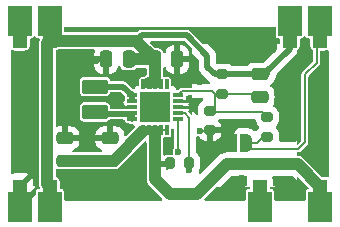
<source format=gbr>
%TF.GenerationSoftware,KiCad,Pcbnew,9.0.1+dfsg-1*%
%TF.CreationDate,2025-05-01T11:01:48+02:00*%
%TF.ProjectId,high-efficiency_dc-dc_converter,68696768-2d65-4666-9669-6369656e6379,rev?*%
%TF.SameCoordinates,Original*%
%TF.FileFunction,Copper,L1,Top*%
%TF.FilePolarity,Positive*%
%FSLAX46Y46*%
G04 Gerber Fmt 4.6, Leading zero omitted, Abs format (unit mm)*
G04 Created by KiCad (PCBNEW 9.0.1+dfsg-1) date 2025-05-01 11:01:48*
%MOMM*%
%LPD*%
G01*
G04 APERTURE LIST*
G04 Aperture macros list*
%AMRoundRect*
0 Rectangle with rounded corners*
0 $1 Rounding radius*
0 $2 $3 $4 $5 $6 $7 $8 $9 X,Y pos of 4 corners*
0 Add a 4 corners polygon primitive as box body*
4,1,4,$2,$3,$4,$5,$6,$7,$8,$9,$2,$3,0*
0 Add four circle primitives for the rounded corners*
1,1,$1+$1,$2,$3*
1,1,$1+$1,$4,$5*
1,1,$1+$1,$6,$7*
1,1,$1+$1,$8,$9*
0 Add four rect primitives between the rounded corners*
20,1,$1+$1,$2,$3,$4,$5,0*
20,1,$1+$1,$4,$5,$6,$7,0*
20,1,$1+$1,$6,$7,$8,$9,0*
20,1,$1+$1,$8,$9,$2,$3,0*%
%AMFreePoly0*
4,1,23,0.500000,-0.750000,0.000000,-0.750000,0.000000,-0.745722,-0.065263,-0.745722,-0.191342,-0.711940,-0.304381,-0.646677,-0.396677,-0.554381,-0.461940,-0.441342,-0.495722,-0.315263,-0.495722,-0.250000,-0.500000,-0.250000,-0.500000,0.250000,-0.495722,0.250000,-0.495722,0.315263,-0.461940,0.441342,-0.396677,0.554381,-0.304381,0.646677,-0.191342,0.711940,-0.065263,0.745722,0.000000,0.745722,
0.000000,0.750000,0.500000,0.750000,0.500000,-0.750000,0.500000,-0.750000,$1*%
%AMFreePoly1*
4,1,23,0.000000,0.745722,0.065263,0.745722,0.191342,0.711940,0.304381,0.646677,0.396677,0.554381,0.461940,0.441342,0.495722,0.315263,0.495722,0.250000,0.500000,0.250000,0.500000,-0.250000,0.495722,-0.250000,0.495722,-0.315263,0.461940,-0.441342,0.396677,-0.554381,0.304381,-0.646677,0.191342,-0.711940,0.065263,-0.745722,0.000000,-0.745722,0.000000,-0.750000,-0.500000,-0.750000,
-0.500000,0.750000,0.000000,0.750000,0.000000,0.745722,0.000000,0.745722,$1*%
G04 Aperture macros list end*
%TA.AperFunction,SMDPad,CuDef*%
%ADD10RoundRect,0.250000X0.475000X-0.250000X0.475000X0.250000X-0.475000X0.250000X-0.475000X-0.250000X0*%
%TD*%
%TA.AperFunction,SMDPad,CuDef*%
%ADD11RoundRect,0.200000X-0.275000X0.200000X-0.275000X-0.200000X0.275000X-0.200000X0.275000X0.200000X0*%
%TD*%
%TA.AperFunction,SMDPad,CuDef*%
%ADD12RoundRect,0.033750X-0.381250X-0.101250X0.381250X-0.101250X0.381250X0.101250X-0.381250X0.101250X0*%
%TD*%
%TA.AperFunction,SMDPad,CuDef*%
%ADD13RoundRect,0.033750X-0.101250X-0.381250X0.101250X-0.381250X0.101250X0.381250X-0.101250X0.381250X0*%
%TD*%
%TA.AperFunction,SMDPad,CuDef*%
%ADD14R,2.640000X2.640000*%
%TD*%
%TA.AperFunction,SMDPad,CuDef*%
%ADD15RoundRect,0.250000X0.250000X0.475000X-0.250000X0.475000X-0.250000X-0.475000X0.250000X-0.475000X0*%
%TD*%
%TA.AperFunction,SMDPad,CuDef*%
%ADD16FreePoly0,0.000000*%
%TD*%
%TA.AperFunction,SMDPad,CuDef*%
%ADD17FreePoly1,0.000000*%
%TD*%
%TA.AperFunction,SMDPad,CuDef*%
%ADD18RoundRect,0.250000X-0.250000X-0.475000X0.250000X-0.475000X0.250000X0.475000X-0.250000X0.475000X0*%
%TD*%
%TA.AperFunction,SMDPad,CuDef*%
%ADD19RoundRect,0.200000X-0.200000X-0.275000X0.200000X-0.275000X0.200000X0.275000X-0.200000X0.275000X0*%
%TD*%
%TA.AperFunction,SMDPad,CuDef*%
%ADD20RoundRect,0.250000X0.850000X-0.375000X0.850000X0.375000X-0.850000X0.375000X-0.850000X-0.375000X0*%
%TD*%
%TA.AperFunction,SMDPad,CuDef*%
%ADD21RoundRect,0.250000X-0.475000X0.250000X-0.475000X-0.250000X0.475000X-0.250000X0.475000X0.250000X0*%
%TD*%
%TA.AperFunction,CastellatedPad*%
%ADD22R,2.000000X2.540000*%
%TD*%
%TA.AperFunction,ComponentPad*%
%ADD23RoundRect,0.250000X-0.375000X0.375000X-0.375000X-0.375000X0.375000X-0.375000X0.375000X0.375000X0*%
%TD*%
%TA.AperFunction,ViaPad*%
%ADD24C,0.600000*%
%TD*%
%TA.AperFunction,Conductor*%
%ADD25C,0.500000*%
%TD*%
%TA.AperFunction,Conductor*%
%ADD26C,1.000000*%
%TD*%
%TA.AperFunction,Conductor*%
%ADD27C,0.200000*%
%TD*%
%TA.AperFunction,Conductor*%
%ADD28C,0.750000*%
%TD*%
G04 APERTURE END LIST*
D10*
%TO.P,C5,1*%
%TO.N,VBAT*%
X58420000Y-44765000D03*
%TO.P,C5,2*%
%TO.N,GND*%
X58420000Y-42865000D03*
%TD*%
D11*
%TO.P,R5,1*%
%TO.N,Net-(U1-FB)*%
X71755000Y-41085000D03*
%TO.P,R5,2*%
%TO.N,{slash}5V_SEL*%
X71755000Y-42735000D03*
%TD*%
D12*
%TO.P,U1,1,LX2*%
%TO.N,Net-(L1-Pad2)*%
X60300000Y-39245000D03*
%TO.P,U1,2,LX2*%
X60300000Y-39745000D03*
%TO.P,U1,3,PGND*%
%TO.N,GND*%
X60300000Y-40245000D03*
%TO.P,U1,4,LX1*%
%TO.N,Net-(L1-Pad1)*%
X60300000Y-40745000D03*
%TO.P,U1,5,LX1*%
X60300000Y-41245000D03*
D13*
%TO.P,U1,6,PVIN*%
%TO.N,VBAT*%
X61235000Y-42180000D03*
%TO.P,U1,7,PVIN*%
X61735000Y-42180000D03*
%TO.P,U1,8,PVIN*%
X62235000Y-42180000D03*
%TO.P,U1,9,PVIN*%
X62735000Y-42180000D03*
%TO.P,U1,10,VIN*%
X63235000Y-42180000D03*
D12*
%TO.P,U1,11,EN*%
%TO.N,EN*%
X64170000Y-41245000D03*
%TO.P,U1,12,MODE*%
%TO.N,MODE*%
X64170000Y-40745000D03*
%TO.P,U1,13,SGND*%
%TO.N,GND*%
X64170000Y-40245000D03*
%TO.P,U1,14,SGND*%
X64170000Y-39745000D03*
%TO.P,U1,15,FB*%
%TO.N,Net-(U1-FB)*%
X64170000Y-39245000D03*
D13*
%TO.P,U1,16,NC*%
%TO.N,unconnected-(U1-NC-Pad16)*%
X63235000Y-38310000D03*
%TO.P,U1,17,VOUT*%
%TO.N,VCC_OUT*%
X62735000Y-38310000D03*
%TO.P,U1,18,VOUT*%
X62235000Y-38310000D03*
%TO.P,U1,19,VOUT*%
X61735000Y-38310000D03*
%TO.P,U1,20,VOUT*%
X61235000Y-38310000D03*
D14*
%TO.P,U1,21,EPAD*%
%TO.N,GND*%
X62235000Y-40245000D03*
%TD*%
D10*
%TO.P,C1,1*%
%TO.N,VBAT*%
X54610000Y-44765000D03*
%TO.P,C1,2*%
%TO.N,GND*%
X54610000Y-42865000D03*
%TD*%
D15*
%TO.P,C2,1*%
%TO.N,VCC_OUT*%
X60005000Y-36195000D03*
%TO.P,C2,2*%
%TO.N,GND*%
X58105000Y-36195000D03*
%TD*%
D16*
%TO.P,JP1,1,A*%
%TO.N,GND*%
X68670000Y-43250000D03*
D17*
%TO.P,JP1,2,B*%
%TO.N,{slash}5V_SEL*%
X69970000Y-43250000D03*
%TD*%
D11*
%TO.P,R2,1*%
%TO.N,Net-(U1-FB)*%
X66880000Y-40525000D03*
%TO.P,R2,2*%
%TO.N,GND*%
X66880000Y-42175000D03*
%TD*%
D18*
%TO.P,C4,1*%
%TO.N,VCC_OUT*%
X62230000Y-36195000D03*
%TO.P,C4,2*%
%TO.N,GND*%
X64130000Y-36195000D03*
%TD*%
D19*
%TO.P,R4,1*%
%TO.N,VBAT*%
X63475000Y-44960000D03*
%TO.P,R4,2*%
%TO.N,MODE*%
X65125000Y-44960000D03*
%TD*%
D11*
%TO.P,R1,1*%
%TO.N,VCC_OUT*%
X67945000Y-37465000D03*
%TO.P,R1,2*%
%TO.N,Net-(U1-FB)*%
X67945000Y-39115000D03*
%TD*%
D20*
%TO.P,L1,1,1*%
%TO.N,Net-(L1-Pad1)*%
X57150000Y-40640000D03*
%TO.P,L1,2,2*%
%TO.N,Net-(L1-Pad2)*%
X57150000Y-38490000D03*
%TD*%
D21*
%TO.P,C3,1*%
%TO.N,VCC_OUT*%
X71120000Y-37465000D03*
%TO.P,C3,2*%
%TO.N,Net-(U1-FB)*%
X71120000Y-39365000D03*
%TD*%
D22*
%TO.P,M1,1,VCC*%
%TO.N,VBAT*%
X76200000Y-48655000D03*
D23*
X76200000Y-46955000D03*
D22*
%TO.P,M1,3*%
%TO.N,EN*%
X71120000Y-48655000D03*
D23*
X71120000Y-46955000D03*
D22*
%TO.P,M1,10*%
%TO.N,VCC_OUT*%
X53340000Y-48655000D03*
D23*
X53340000Y-46955000D03*
D22*
%TO.P,M1,11,GND*%
%TO.N,GND*%
X50800000Y-48655000D03*
D23*
X50800000Y-46955000D03*
%TO.P,M1,12*%
%TO.N,{slash}5V_SEL*%
X76200000Y-34615000D03*
D22*
X76200000Y-32915000D03*
D23*
%TO.P,M1,13*%
%TO.N,VCC_OUT*%
X73660000Y-34615000D03*
D22*
X73660000Y-32915000D03*
D23*
%TO.P,M1,21*%
X53340000Y-34615000D03*
D22*
X53340000Y-32915000D03*
D23*
%TO.P,M1,22*%
%TO.N,MODE*%
X50800000Y-34615000D03*
D22*
X50800000Y-32915000D03*
%TD*%
D24*
%TO.N,GND*%
X69580000Y-46200000D03*
X57430000Y-42865000D03*
X65390000Y-40410000D03*
X61595000Y-39370000D03*
X72450000Y-46560000D03*
X76350000Y-45530000D03*
X55080000Y-47020000D03*
X61595000Y-40640000D03*
X62230000Y-40005000D03*
X62865000Y-39370000D03*
X65080000Y-39550000D03*
X54250000Y-36010000D03*
X66040000Y-38100000D03*
X60890000Y-44540000D03*
X68690000Y-42190000D03*
X54480000Y-41130000D03*
X64130000Y-35120000D03*
X73025000Y-39370000D03*
X71810000Y-34550000D03*
X66070000Y-42250000D03*
X55680000Y-42840000D03*
X62865000Y-40640000D03*
X74900000Y-35860000D03*
X57270000Y-36330000D03*
X73660000Y-42545000D03*
X63290000Y-43540000D03*
X69850000Y-36195000D03*
X59330000Y-40040000D03*
X72200000Y-35360000D03*
%TO.N,MODE*%
X65150000Y-45570000D03*
%TO.N,EN*%
X64220000Y-44030000D03*
%TD*%
D25*
%TO.N,VBAT*%
X62235000Y-45090000D02*
X63345000Y-45090000D01*
D26*
X62230000Y-45095000D02*
X62230000Y-45690000D01*
X58420000Y-44765000D02*
X58735000Y-44765000D01*
D27*
X61005000Y-42180000D02*
X61235000Y-42180000D01*
X63235000Y-45455000D02*
X63475000Y-45215000D01*
D28*
X61235000Y-42180000D02*
X62235000Y-42180000D01*
D27*
X63235000Y-42180000D02*
X62735000Y-42180000D01*
D26*
X63500000Y-47625000D02*
X65775000Y-47625000D01*
X62230000Y-46355000D02*
X63500000Y-47625000D01*
X58735000Y-44765000D02*
X61235000Y-42265000D01*
D27*
X63475000Y-45215000D02*
X63475000Y-44960000D01*
D26*
X65775000Y-47625000D02*
X68330000Y-45070000D01*
X62235000Y-42265000D02*
X62235000Y-45090000D01*
X62235000Y-45090000D02*
X62230000Y-45095000D01*
D25*
X63345000Y-45090000D02*
X63475000Y-44960000D01*
D26*
X62230000Y-45690000D02*
X62230000Y-46355000D01*
X68330000Y-45070000D02*
X74315000Y-45070000D01*
X54610000Y-44765000D02*
X58420000Y-44765000D01*
X74315000Y-45070000D02*
X76200000Y-46955000D01*
D27*
%TO.N,GND*%
X65080000Y-39580000D02*
X65160000Y-39660000D01*
X65160000Y-39730000D02*
X65145000Y-39745000D01*
X64170000Y-40245000D02*
X65225000Y-40245000D01*
D25*
X64130000Y-36195000D02*
X64130000Y-35120000D01*
X57430000Y-42865000D02*
X58420000Y-42865000D01*
D27*
X66400000Y-42290000D02*
X66765000Y-42290000D01*
X59330000Y-40040000D02*
X59510000Y-40040000D01*
X65160000Y-39660000D02*
X65160000Y-39730000D01*
D25*
X55655000Y-42865000D02*
X55680000Y-42840000D01*
D27*
X65225000Y-40245000D02*
X65390000Y-40410000D01*
X66765000Y-42290000D02*
X66880000Y-42175000D01*
X59715000Y-40245000D02*
X60300000Y-40245000D01*
X65080000Y-39550000D02*
X65080000Y-39580000D01*
X59510000Y-40040000D02*
X59715000Y-40245000D01*
D25*
X54610000Y-42865000D02*
X55655000Y-42865000D01*
D27*
X66360000Y-42250000D02*
X66400000Y-42290000D01*
D25*
X57405000Y-36195000D02*
X58105000Y-36195000D01*
D27*
X66070000Y-42250000D02*
X66360000Y-42250000D01*
D25*
X57270000Y-36330000D02*
X57405000Y-36195000D01*
D27*
X65145000Y-39745000D02*
X64170000Y-39745000D01*
D25*
%TO.N,VCC_OUT*%
X66675000Y-36830000D02*
X66675000Y-35925000D01*
D26*
X62230000Y-37465000D02*
X62230000Y-38220000D01*
X62230000Y-38220000D02*
X62235000Y-38225000D01*
D25*
X61105000Y-34160000D02*
X60650000Y-34615000D01*
X64910000Y-34160000D02*
X61105000Y-34160000D01*
D26*
X60650000Y-34615000D02*
X62230000Y-36195000D01*
X53340000Y-34615000D02*
X60650000Y-34615000D01*
D25*
X73660000Y-35270000D02*
X71465000Y-37465000D01*
D26*
X53120000Y-46770000D02*
X53305000Y-46955000D01*
D25*
X71755000Y-37465000D02*
X67310000Y-37465000D01*
D26*
X62230000Y-36195000D02*
X62230000Y-37465000D01*
X61820000Y-38225000D02*
X61735000Y-38225000D01*
X53340000Y-34615000D02*
X53120000Y-34835000D01*
D27*
X62235000Y-36200000D02*
X62230000Y-36195000D01*
D26*
X62230000Y-37815000D02*
X61820000Y-38225000D01*
X60005000Y-36195000D02*
X62230000Y-36195000D01*
X62230000Y-37465000D02*
X62230000Y-37815000D01*
D25*
X67310000Y-37465000D02*
X66675000Y-36830000D01*
X66675000Y-35925000D02*
X64910000Y-34160000D01*
D26*
X53120000Y-34835000D02*
X53120000Y-46770000D01*
D25*
X73660000Y-34615000D02*
X73660000Y-35270000D01*
X71465000Y-37465000D02*
X71120000Y-37465000D01*
D26*
X53305000Y-46955000D02*
X53340000Y-46955000D01*
D27*
%TO.N,Net-(U1-FB)*%
X67310000Y-39115000D02*
X71505000Y-39115000D01*
X67075000Y-38880000D02*
X64535000Y-38880000D01*
X67310000Y-39115000D02*
X67310000Y-40285000D01*
X71310000Y-40640000D02*
X71755000Y-41085000D01*
X67310000Y-39115000D02*
X67075000Y-38880000D01*
X66880000Y-40525000D02*
X66970000Y-40525000D01*
X67085000Y-40640000D02*
X71310000Y-40640000D01*
X66970000Y-40525000D02*
X67085000Y-40640000D01*
X67070000Y-40525000D02*
X66880000Y-40525000D01*
X67310000Y-40285000D02*
X67070000Y-40525000D01*
X71505000Y-39115000D02*
X71755000Y-39365000D01*
X64535000Y-38880000D02*
X64170000Y-39245000D01*
%TO.N,{slash}5V_SEL*%
X74930000Y-37465000D02*
X75920297Y-36474703D01*
X74380000Y-43760000D02*
X74930000Y-43210000D01*
X71580000Y-42735000D02*
X71755000Y-42735000D01*
X75920297Y-36474703D02*
X75920297Y-34894703D01*
X71755000Y-42735000D02*
X71395000Y-42735000D01*
X75920297Y-34894703D02*
X76200000Y-34615000D01*
X70880000Y-43250000D02*
X69970000Y-43250000D01*
X70480000Y-43760000D02*
X74380000Y-43760000D01*
X74930000Y-43210000D02*
X74930000Y-37465000D01*
X71395000Y-42735000D02*
X70880000Y-43250000D01*
X69970000Y-43250000D02*
X70480000Y-43760000D01*
D25*
%TO.N,Net-(L1-Pad1)*%
X57150000Y-40640000D02*
X57340000Y-40830000D01*
X60300000Y-40830000D02*
X60300000Y-41245000D01*
X57340000Y-40830000D02*
X60300000Y-40830000D01*
%TO.N,Net-(L1-Pad2)*%
X59545000Y-38490000D02*
X60300000Y-39245000D01*
X57150000Y-38490000D02*
X59545000Y-38490000D01*
X60300000Y-39245000D02*
X60300000Y-39660000D01*
D27*
%TO.N,MODE*%
X65150000Y-41150000D02*
X65150000Y-44935000D01*
X64745000Y-40745000D02*
X65150000Y-41150000D01*
X65150000Y-44985000D02*
X65125000Y-44960000D01*
X64170000Y-40745000D02*
X64745000Y-40745000D01*
X65150000Y-45570000D02*
X65150000Y-44985000D01*
X65150000Y-44935000D02*
X65125000Y-44960000D01*
%TO.N,EN*%
X64170000Y-44070000D02*
X64180000Y-44070000D01*
X64170000Y-44070000D02*
X64170000Y-41245000D01*
X64180000Y-44070000D02*
X64220000Y-44030000D01*
%TD*%
%TA.AperFunction,Conductor*%
%TO.N,GND*%
G36*
X70022346Y-46090185D02*
G01*
X70068101Y-46142989D01*
X70078045Y-46212147D01*
X70062890Y-46253955D01*
X70063240Y-46254118D01*
X70061404Y-46258054D01*
X70060845Y-46259596D01*
X70060186Y-46260666D01*
X70005001Y-46427203D01*
X70005001Y-46427204D01*
X70005000Y-46427204D01*
X69994500Y-46529983D01*
X69994500Y-46811533D01*
X69974815Y-46878572D01*
X69922011Y-46924327D01*
X69913836Y-46927714D01*
X69877665Y-46941205D01*
X69812484Y-46990000D01*
X67824920Y-46990000D01*
X68708102Y-46106819D01*
X68769425Y-46073334D01*
X68795783Y-46070500D01*
X69955307Y-46070500D01*
X70022346Y-46090185D01*
G37*
%TD.AperFunction*%
%TA.AperFunction,Conductor*%
G36*
X73916257Y-46090185D02*
G01*
X73936899Y-46106819D01*
X74295000Y-46464920D01*
X74295000Y-46990000D01*
X72427515Y-46990000D01*
X72362334Y-46941205D01*
X72362332Y-46941204D01*
X72326164Y-46927714D01*
X72270231Y-46885842D01*
X72245815Y-46820377D01*
X72245499Y-46811533D01*
X72245499Y-46529998D01*
X72245498Y-46529981D01*
X72234999Y-46427203D01*
X72234998Y-46427200D01*
X72216209Y-46370500D01*
X72179814Y-46260666D01*
X72179154Y-46259597D01*
X72178927Y-46258766D01*
X72176760Y-46254118D01*
X72177554Y-46253747D01*
X72160714Y-46192206D01*
X72181636Y-46125542D01*
X72235277Y-46080772D01*
X72284693Y-46070500D01*
X73849218Y-46070500D01*
X73916257Y-46090185D01*
G37*
%TD.AperFunction*%
%TA.AperFunction,Conductor*%
G36*
X70724108Y-41260185D02*
G01*
X70769863Y-41312989D01*
X70780560Y-41353278D01*
X70785913Y-41412192D01*
X70785913Y-41412194D01*
X70785914Y-41412196D01*
X70836522Y-41574606D01*
X70913512Y-41701963D01*
X70924530Y-41720188D01*
X71026661Y-41822319D01*
X71060146Y-41883642D01*
X71055162Y-41953334D01*
X71026661Y-41997681D01*
X70924531Y-42099810D01*
X70924530Y-42099811D01*
X70843376Y-42234056D01*
X70791848Y-42281244D01*
X70722988Y-42293082D01*
X70658660Y-42265813D01*
X70649580Y-42257590D01*
X70634449Y-42242459D01*
X70620768Y-42231961D01*
X70529767Y-42162132D01*
X70529749Y-42162120D01*
X70415751Y-42096303D01*
X70415750Y-42096302D01*
X70293829Y-42045800D01*
X70166658Y-42011724D01*
X70035833Y-41994500D01*
X70035826Y-41994500D01*
X69470000Y-41994500D01*
X69469997Y-41994500D01*
X69398059Y-41999644D01*
X69260005Y-42040182D01*
X69138969Y-42117967D01*
X69138965Y-42117971D01*
X69044750Y-42226700D01*
X69044744Y-42226709D01*
X68984976Y-42357580D01*
X68984975Y-42357585D01*
X68964500Y-42499999D01*
X68964500Y-43945500D01*
X68944815Y-44012539D01*
X68892011Y-44058294D01*
X68840500Y-44069500D01*
X68231454Y-44069500D01*
X68199391Y-44075876D01*
X68199392Y-44075877D01*
X68038170Y-44107946D01*
X68038164Y-44107948D01*
X67856088Y-44183366D01*
X67856079Y-44183371D01*
X67692219Y-44292859D01*
X67692215Y-44292862D01*
X66143766Y-45841312D01*
X66118481Y-45855118D01*
X66094746Y-45871450D01*
X66088194Y-45871656D01*
X66082443Y-45874797D01*
X66053704Y-45872741D01*
X66024911Y-45873648D01*
X66019289Y-45870280D01*
X66012751Y-45869813D01*
X65989686Y-45852546D01*
X65964973Y-45837742D01*
X65962063Y-45831868D01*
X65956818Y-45827941D01*
X65946751Y-45800951D01*
X65933963Y-45775131D01*
X65934053Y-45766908D01*
X65932401Y-45762477D01*
X65932853Y-45739854D01*
X65933438Y-45734613D01*
X65950500Y-45648842D01*
X65950500Y-45582004D01*
X65951268Y-45575135D01*
X65960442Y-45553248D01*
X65966396Y-45531893D01*
X65965400Y-45531445D01*
X65968345Y-45524900D01*
X65968384Y-45524760D01*
X65968478Y-45524606D01*
X66019086Y-45362196D01*
X66025500Y-45291616D01*
X66025500Y-44628384D01*
X66019086Y-44557804D01*
X65968478Y-44395394D01*
X65880472Y-44249815D01*
X65880470Y-44249813D01*
X65880469Y-44249811D01*
X65786819Y-44156161D01*
X65753334Y-44094838D01*
X65750500Y-44068480D01*
X65750500Y-42759374D01*
X65770185Y-42692335D01*
X65822989Y-42646580D01*
X65892147Y-42636636D01*
X65955703Y-42665661D01*
X65980617Y-42695224D01*
X66049927Y-42809877D01*
X66170122Y-42930072D01*
X66315604Y-43018019D01*
X66315603Y-43018019D01*
X66477894Y-43068590D01*
X66477892Y-43068590D01*
X66548418Y-43074999D01*
X67130000Y-43074999D01*
X67211581Y-43074999D01*
X67282102Y-43068591D01*
X67282107Y-43068590D01*
X67444396Y-43018018D01*
X67589877Y-42930072D01*
X67710072Y-42809877D01*
X67798019Y-42664395D01*
X67848590Y-42502106D01*
X67855000Y-42431572D01*
X67855000Y-42425000D01*
X67130000Y-42425000D01*
X67130000Y-43074999D01*
X66548418Y-43074999D01*
X66629999Y-43074998D01*
X66630000Y-43074998D01*
X66630000Y-42299000D01*
X66649685Y-42231961D01*
X66702489Y-42186206D01*
X66754000Y-42175000D01*
X66880000Y-42175000D01*
X66880000Y-42049000D01*
X66899685Y-41981961D01*
X66952489Y-41936206D01*
X67004000Y-41925000D01*
X67854999Y-41925000D01*
X67854999Y-41918417D01*
X67848591Y-41847897D01*
X67848590Y-41847892D01*
X67798018Y-41685603D01*
X67710072Y-41540122D01*
X67622131Y-41452181D01*
X67588646Y-41390858D01*
X67593630Y-41321166D01*
X67635502Y-41265233D01*
X67700966Y-41240816D01*
X67709812Y-41240500D01*
X70657069Y-41240500D01*
X70724108Y-41260185D01*
G37*
%TD.AperFunction*%
%TA.AperFunction,Conductor*%
G36*
X74295000Y-42995765D02*
G01*
X74167584Y-43123181D01*
X74106261Y-43156666D01*
X74079903Y-43159500D01*
X72851023Y-43159500D01*
X72783984Y-43139815D01*
X72738229Y-43087011D01*
X72727532Y-43024279D01*
X72730500Y-42991614D01*
X72730500Y-42478386D01*
X72726246Y-42431572D01*
X72724086Y-42407804D01*
X72673478Y-42245394D01*
X72585472Y-42099815D01*
X72585470Y-42099813D01*
X72585469Y-42099811D01*
X72483339Y-41997681D01*
X72449854Y-41936358D01*
X72454838Y-41866666D01*
X72483339Y-41822319D01*
X72585468Y-41720189D01*
X72585469Y-41720188D01*
X72585472Y-41720185D01*
X72673478Y-41574606D01*
X72724086Y-41412196D01*
X72730500Y-41341616D01*
X72730500Y-40828384D01*
X72724086Y-40757804D01*
X72673478Y-40595394D01*
X72585472Y-40449815D01*
X72585470Y-40449813D01*
X72585469Y-40449811D01*
X72465188Y-40329530D01*
X72465185Y-40329528D01*
X72319606Y-40241522D01*
X72319603Y-40241521D01*
X72279808Y-40229120D01*
X72221660Y-40190382D01*
X72193687Y-40126357D01*
X72204769Y-40057371D01*
X72211156Y-40045645D01*
X72279814Y-39934334D01*
X72334999Y-39767797D01*
X72345500Y-39665009D01*
X72345499Y-39497703D01*
X72349726Y-39465605D01*
X72355499Y-39444060D01*
X72355500Y-39444059D01*
X72355500Y-39285943D01*
X72355499Y-39285939D01*
X72349724Y-39264384D01*
X72345499Y-39232292D01*
X72345499Y-39064998D01*
X72345498Y-39064981D01*
X72334999Y-38962203D01*
X72334998Y-38962200D01*
X72279814Y-38795666D01*
X72187712Y-38646344D01*
X72063656Y-38522288D01*
X72060819Y-38520538D01*
X72059283Y-38518830D01*
X72057989Y-38517807D01*
X72058163Y-38517585D01*
X72014096Y-38468594D01*
X72002872Y-38399632D01*
X72030713Y-38335549D01*
X72060817Y-38309462D01*
X72063656Y-38307712D01*
X72187712Y-38183656D01*
X72279814Y-38034334D01*
X72286815Y-38013204D01*
X72316842Y-37964523D01*
X72337951Y-37943416D01*
X72420084Y-37820495D01*
X72476658Y-37683913D01*
X72505500Y-37538918D01*
X72505500Y-37537230D01*
X72505750Y-37536377D01*
X72506097Y-37532858D01*
X72506764Y-37532923D01*
X72525185Y-37470191D01*
X72541819Y-37449549D01*
X73369846Y-36621522D01*
X74242952Y-35748416D01*
X74250775Y-35736707D01*
X74266232Y-35723787D01*
X74278060Y-35707474D01*
X74295000Y-35698461D01*
X74295000Y-42995765D01*
G37*
%TD.AperFunction*%
%TA.AperFunction,Conductor*%
G36*
X66270155Y-39500185D02*
G01*
X66315910Y-39552989D01*
X66325854Y-39622147D01*
X66296829Y-39685703D01*
X66267267Y-39710615D01*
X66231839Y-39732033D01*
X66169811Y-39769530D01*
X66049530Y-39889811D01*
X65961522Y-40035393D01*
X65910913Y-40197807D01*
X65904500Y-40268386D01*
X65904500Y-40781614D01*
X65904619Y-40782924D01*
X65904570Y-40783169D01*
X65904627Y-40784413D01*
X65904500Y-40784418D01*
X65904500Y-40784426D01*
X65904322Y-40784426D01*
X65891082Y-40851470D01*
X65842635Y-40901815D01*
X65774660Y-40917976D01*
X65708739Y-40894822D01*
X65673741Y-40856145D01*
X65630522Y-40781287D01*
X65630521Y-40781286D01*
X65630520Y-40781284D01*
X65518716Y-40669480D01*
X65518715Y-40669479D01*
X65514385Y-40665149D01*
X65514374Y-40665139D01*
X65405000Y-40555765D01*
X65405000Y-39480500D01*
X66203116Y-39480500D01*
X66270155Y-39500185D01*
G37*
%TD.AperFunction*%
%TA.AperFunction,Conductor*%
G36*
X65888181Y-36199549D02*
G01*
X65921666Y-36260872D01*
X65924500Y-36287230D01*
X65924500Y-36903918D01*
X65924500Y-36903920D01*
X65924499Y-36903920D01*
X65953340Y-37048907D01*
X65953343Y-37048917D01*
X66009912Y-37185488D01*
X66009921Y-37185504D01*
X66025207Y-37208380D01*
X66025208Y-37208384D01*
X66025209Y-37208384D01*
X66092046Y-37308414D01*
X66092052Y-37308421D01*
X66604121Y-37820488D01*
X66727049Y-37943416D01*
X66831584Y-38047951D01*
X66847251Y-38058419D01*
X66855086Y-38065918D01*
X66867311Y-38087186D01*
X66883044Y-38106010D01*
X66884416Y-38116941D01*
X66889907Y-38126492D01*
X66888693Y-38150994D01*
X66891751Y-38175335D01*
X66886996Y-38185271D01*
X66886452Y-38196277D01*
X66872183Y-38216234D01*
X66861597Y-38238362D01*
X66852224Y-38244151D01*
X66845816Y-38253115D01*
X66823025Y-38262189D01*
X66802154Y-38275082D01*
X66784759Y-38277424D01*
X66780903Y-38278960D01*
X66777817Y-38278359D01*
X66769348Y-38279500D01*
X65405000Y-38279500D01*
X65405000Y-35716368D01*
X65888181Y-36199549D01*
G37*
%TD.AperFunction*%
%TA.AperFunction,Conductor*%
G36*
X72534501Y-35040008D02*
G01*
X72545001Y-35142797D01*
X72568588Y-35213979D01*
X72570132Y-35222234D01*
X72567427Y-35248986D01*
X72568351Y-35275850D01*
X72563927Y-35283606D01*
X72563104Y-35291749D01*
X72549603Y-35308721D01*
X72535925Y-35332705D01*
X71440449Y-36428181D01*
X71379126Y-36461666D01*
X71352768Y-36464500D01*
X70594998Y-36464500D01*
X70594980Y-36464501D01*
X70492203Y-36475000D01*
X70492200Y-36475001D01*
X70325668Y-36530185D01*
X70325663Y-36530187D01*
X70176342Y-36622289D01*
X70120451Y-36678181D01*
X70059128Y-36711666D01*
X70032770Y-36714500D01*
X68697977Y-36714500D01*
X68633828Y-36696617D01*
X68509606Y-36621522D01*
X68347196Y-36570914D01*
X68347194Y-36570913D01*
X68347192Y-36570913D01*
X68297778Y-36566423D01*
X68276616Y-36564500D01*
X67613384Y-36564500D01*
X67560720Y-36569285D01*
X67492175Y-36555748D01*
X67441829Y-36507300D01*
X67425500Y-36445794D01*
X67425500Y-35851079D01*
X67396659Y-35706092D01*
X67396658Y-35706091D01*
X67396658Y-35706087D01*
X67393499Y-35698461D01*
X67340086Y-35569508D01*
X67287295Y-35490500D01*
X67287295Y-35490499D01*
X67257956Y-35446589D01*
X67257952Y-35446584D01*
X66736368Y-34925000D01*
X72534501Y-34925000D01*
X72534501Y-35040008D01*
G37*
%TD.AperFunction*%
%TD*%
%TA.AperFunction,Conductor*%
%TO.N,GND*%
G36*
X52152862Y-34272751D02*
G01*
X52173100Y-34296106D01*
X52195448Y-34329552D01*
X52261769Y-34373867D01*
X52261770Y-34373868D01*
X52320247Y-34385499D01*
X52320250Y-34385500D01*
X52320252Y-34385500D01*
X52362395Y-34385500D01*
X52389162Y-34393359D01*
X52416678Y-34398013D01*
X52422230Y-34403069D01*
X52429434Y-34405185D01*
X52447703Y-34426269D01*
X52468335Y-34445059D01*
X52470271Y-34452314D01*
X52475189Y-34457989D01*
X52479160Y-34485607D01*
X52486357Y-34512565D01*
X52484379Y-34521903D01*
X52485133Y-34527147D01*
X52480472Y-34547365D01*
X52478912Y-34552227D01*
X52446420Y-34630672D01*
X52435814Y-34683994D01*
X52434435Y-34690924D01*
X52434433Y-34690932D01*
X52419500Y-34766004D01*
X52419500Y-34766007D01*
X52419500Y-46701006D01*
X52419500Y-46838994D01*
X52419500Y-46838996D01*
X52419499Y-46838996D01*
X52446418Y-46974322D01*
X52446421Y-46974332D01*
X52462458Y-47013048D01*
X52469927Y-47082517D01*
X52438652Y-47144996D01*
X52381191Y-47179947D01*
X52364857Y-47184500D01*
X52320252Y-47184500D01*
X52261769Y-47196133D01*
X52217857Y-47225473D01*
X52198750Y-47230800D01*
X52183732Y-47230593D01*
X52175185Y-47269883D01*
X52169456Y-47279346D01*
X52151132Y-47306770D01*
X52151131Y-47306770D01*
X52139500Y-47365247D01*
X52139500Y-47617690D01*
X52119815Y-47684729D01*
X52103181Y-47705371D01*
X51690371Y-48118181D01*
X51629048Y-48151666D01*
X51602690Y-48154500D01*
X51508034Y-48154500D01*
X51464641Y-48049742D01*
X51382563Y-47926903D01*
X51278553Y-47822893D01*
X51978672Y-47122775D01*
X52039995Y-47089290D01*
X52045139Y-47089657D01*
X52050302Y-47077796D01*
X52053381Y-47058294D01*
X52063961Y-47046418D01*
X52070309Y-47031835D01*
X52077775Y-47023671D01*
X52109405Y-46992040D01*
X52042088Y-46941647D01*
X52005664Y-46928061D01*
X51949731Y-46886190D01*
X51925315Y-46820725D01*
X51924999Y-46811880D01*
X51924999Y-46530028D01*
X51924998Y-46530013D01*
X51914505Y-46427302D01*
X51859357Y-46260875D01*
X51854900Y-46253650D01*
X51175000Y-46933550D01*
X51175000Y-46905630D01*
X51149444Y-46810255D01*
X51100075Y-46724745D01*
X51030255Y-46654925D01*
X50944745Y-46605556D01*
X50849370Y-46580000D01*
X50821446Y-46580000D01*
X51501347Y-45900099D01*
X51494124Y-45895643D01*
X51494119Y-45895641D01*
X51327697Y-45840494D01*
X51327690Y-45840493D01*
X51224980Y-45830000D01*
X50375028Y-45830000D01*
X50375012Y-45830001D01*
X50272301Y-45840494D01*
X50193503Y-45866605D01*
X50123675Y-45869007D01*
X50063633Y-45833275D01*
X50032441Y-45770754D01*
X50030500Y-45748899D01*
X50030500Y-35502593D01*
X50050185Y-35435554D01*
X50102989Y-35389799D01*
X50172147Y-35379855D01*
X50203259Y-35389976D01*
X50203348Y-35389724D01*
X50212117Y-35392792D01*
X50212118Y-35392793D01*
X50240029Y-35402559D01*
X50340299Y-35437646D01*
X50370730Y-35440500D01*
X50370734Y-35440500D01*
X51229270Y-35440500D01*
X51259699Y-35437646D01*
X51259701Y-35437646D01*
X51331365Y-35412569D01*
X51387882Y-35392793D01*
X51497150Y-35312150D01*
X51577793Y-35202882D01*
X51604106Y-35127684D01*
X51622646Y-35074701D01*
X51622646Y-35074699D01*
X51625500Y-35044269D01*
X51625500Y-34509500D01*
X51645185Y-34442461D01*
X51697989Y-34396706D01*
X51749500Y-34385500D01*
X51819750Y-34385500D01*
X51819751Y-34385499D01*
X51834568Y-34382552D01*
X51878229Y-34373868D01*
X51878229Y-34373867D01*
X51878231Y-34373867D01*
X51944552Y-34329552D01*
X51966898Y-34296108D01*
X52020510Y-34251304D01*
X52089834Y-34242597D01*
X52152862Y-34272751D01*
G37*
%TD.AperFunction*%
%TA.AperFunction,Conductor*%
G36*
X61453834Y-43139336D02*
G01*
X61509767Y-43181208D01*
X61534184Y-43246672D01*
X61534500Y-43255518D01*
X61534500Y-44988658D01*
X61532116Y-45012850D01*
X61529500Y-45026007D01*
X61529500Y-45621007D01*
X61529500Y-46286006D01*
X61529500Y-46423994D01*
X61529500Y-46423996D01*
X61529499Y-46423996D01*
X61556418Y-46559322D01*
X61556421Y-46559332D01*
X61609222Y-46686807D01*
X61685887Y-46801545D01*
X61685888Y-46801546D01*
X62827162Y-47942819D01*
X62860647Y-48004142D01*
X62855663Y-48073834D01*
X62813791Y-48129767D01*
X62748327Y-48154184D01*
X62739481Y-48154500D01*
X54664500Y-48154500D01*
X54597461Y-48134815D01*
X54551706Y-48082011D01*
X54540500Y-48030500D01*
X54540500Y-47365249D01*
X54540499Y-47365247D01*
X54528868Y-47306770D01*
X54528867Y-47306769D01*
X54484552Y-47240447D01*
X54418230Y-47196132D01*
X54418229Y-47196131D01*
X54359752Y-47184500D01*
X54359748Y-47184500D01*
X54289500Y-47184500D01*
X54222461Y-47164815D01*
X54176706Y-47112011D01*
X54165500Y-47060500D01*
X54165500Y-46525730D01*
X54162646Y-46495300D01*
X54162646Y-46495298D01*
X54117793Y-46367119D01*
X54117792Y-46367117D01*
X54037150Y-46257850D01*
X53927882Y-46177207D01*
X53927880Y-46177206D01*
X53903542Y-46168689D01*
X53846767Y-46127966D01*
X53821022Y-46063013D01*
X53820500Y-46051649D01*
X53820500Y-45556996D01*
X53840185Y-45489957D01*
X53892989Y-45444202D01*
X53962147Y-45434258D01*
X53985448Y-45439953D01*
X54050301Y-45462646D01*
X54050300Y-45462646D01*
X54080730Y-45465500D01*
X54080734Y-45465500D01*
X58949270Y-45465500D01*
X58979699Y-45462646D01*
X58979701Y-45462646D01*
X59044546Y-45439955D01*
X59107882Y-45417793D01*
X59217150Y-45337150D01*
X59297793Y-45227882D01*
X59307294Y-45200727D01*
X59336652Y-45154003D01*
X61322820Y-43167835D01*
X61384142Y-43134352D01*
X61453834Y-43139336D01*
G37*
%TD.AperFunction*%
%TA.AperFunction,Conductor*%
G36*
X70294500Y-47060500D02*
G01*
X70274815Y-47127539D01*
X70222011Y-47173294D01*
X70170500Y-47184500D01*
X70100247Y-47184500D01*
X70041770Y-47196131D01*
X70041769Y-47196132D01*
X69975447Y-47240447D01*
X69931132Y-47306769D01*
X69931131Y-47306770D01*
X69919500Y-47365247D01*
X69919500Y-48030500D01*
X69899815Y-48097539D01*
X69847011Y-48143294D01*
X69795500Y-48154500D01*
X66535519Y-48154500D01*
X66468480Y-48134815D01*
X66422725Y-48082011D01*
X66412781Y-48012853D01*
X66441806Y-47949297D01*
X66447838Y-47942819D01*
X67400657Y-46990000D01*
X70294500Y-46990000D01*
X70294500Y-47060500D01*
G37*
%TD.AperFunction*%
%TA.AperFunction,Conductor*%
G36*
X75231899Y-46977556D02*
G01*
X75265384Y-47038879D01*
X75260400Y-47108571D01*
X75218528Y-47164504D01*
X75168411Y-47186854D01*
X75121769Y-47196132D01*
X75055447Y-47240447D01*
X75011132Y-47306769D01*
X75011131Y-47306770D01*
X74999500Y-47365247D01*
X74999500Y-48030500D01*
X74979815Y-48097539D01*
X74927011Y-48143294D01*
X74875500Y-48154500D01*
X72444500Y-48154500D01*
X72377461Y-48134815D01*
X72331706Y-48082011D01*
X72320500Y-48030500D01*
X72320500Y-47365249D01*
X72320499Y-47365247D01*
X72308868Y-47306770D01*
X72308867Y-47306769D01*
X72264552Y-47240447D01*
X72198230Y-47196132D01*
X72198229Y-47196131D01*
X72139752Y-47184500D01*
X72139748Y-47184500D01*
X72069500Y-47184500D01*
X72002461Y-47164815D01*
X71956706Y-47112011D01*
X71945500Y-47060500D01*
X71945500Y-46990000D01*
X74295000Y-46990000D01*
X74295000Y-46040657D01*
X75231899Y-46977556D01*
G37*
%TD.AperFunction*%
%TA.AperFunction,Conductor*%
G36*
X76921149Y-35404342D02*
G01*
X76962259Y-35460839D01*
X76969500Y-35502593D01*
X76969500Y-46067406D01*
X76949815Y-46134445D01*
X76897011Y-46180200D01*
X76827853Y-46190144D01*
X76796740Y-46180024D01*
X76796652Y-46180276D01*
X76659700Y-46132353D01*
X76629270Y-46129500D01*
X76629266Y-46129500D01*
X76416519Y-46129500D01*
X76349480Y-46109815D01*
X76328838Y-46093181D01*
X74761546Y-44525888D01*
X74761545Y-44525887D01*
X74646807Y-44449222D01*
X74519332Y-44396421D01*
X74519322Y-44396418D01*
X74383996Y-44369500D01*
X74383994Y-44369500D01*
X74383993Y-44369500D01*
X74295000Y-44369500D01*
X74295000Y-44060500D01*
X74419560Y-44060500D01*
X74419562Y-44060500D01*
X74495989Y-44040021D01*
X74564511Y-44000460D01*
X74620460Y-43944511D01*
X75170460Y-43394511D01*
X75186927Y-43365989D01*
X75210021Y-43325989D01*
X75230500Y-43249562D01*
X75230500Y-37640833D01*
X75250185Y-37573794D01*
X75266819Y-37553152D01*
X75713358Y-37106613D01*
X76160757Y-36659214D01*
X76170960Y-36641542D01*
X76200318Y-36590692D01*
X76220797Y-36514265D01*
X76220797Y-35564500D01*
X76240482Y-35497461D01*
X76293286Y-35451706D01*
X76344797Y-35440500D01*
X76629270Y-35440500D01*
X76659699Y-35437646D01*
X76659701Y-35437646D01*
X76759970Y-35402559D01*
X76787882Y-35392793D01*
X76787882Y-35392792D01*
X76796652Y-35389724D01*
X76797106Y-35391022D01*
X76856022Y-35379040D01*
X76921149Y-35404342D01*
G37*
%TD.AperFunction*%
%TA.AperFunction,Conductor*%
G36*
X63772384Y-42039060D02*
G01*
X63772985Y-42039023D01*
X63803050Y-42055805D01*
X63833181Y-42072258D01*
X63833468Y-42072784D01*
X63833994Y-42073078D01*
X63850200Y-42103427D01*
X63866666Y-42133581D01*
X63866757Y-42134431D01*
X63866906Y-42134710D01*
X63866855Y-42135339D01*
X63869500Y-42159939D01*
X63869500Y-43621324D01*
X63849815Y-43688363D01*
X63833181Y-43709005D01*
X63819502Y-43722683D01*
X63819500Y-43722686D01*
X63753608Y-43836812D01*
X63719500Y-43964108D01*
X63719500Y-44095896D01*
X63728212Y-44128409D01*
X63726548Y-44198258D01*
X63687385Y-44256120D01*
X63623156Y-44283623D01*
X63608437Y-44284500D01*
X63243482Y-44284500D01*
X63149695Y-44299354D01*
X63115794Y-44316628D01*
X63047125Y-44329524D01*
X62982385Y-44303247D01*
X62942128Y-44246141D01*
X62935500Y-44206143D01*
X62935500Y-42911749D01*
X62955185Y-42844710D01*
X63007989Y-42798955D01*
X63077147Y-42789011D01*
X63083692Y-42790132D01*
X63110677Y-42795500D01*
X63110680Y-42795500D01*
X63359322Y-42795500D01*
X63427650Y-42781908D01*
X63435501Y-42776662D01*
X63505135Y-42730135D01*
X63556908Y-42652650D01*
X63569322Y-42590243D01*
X63570500Y-42584322D01*
X63570500Y-42178422D01*
X63576896Y-42156637D01*
X63578727Y-42134009D01*
X63586551Y-42123756D01*
X63590185Y-42111383D01*
X63607340Y-42096517D01*
X63621117Y-42078467D01*
X63636222Y-42071491D01*
X63642989Y-42065628D01*
X63652250Y-42061842D01*
X63703250Y-42043359D01*
X63737579Y-42041224D01*
X63771858Y-42038773D01*
X63772384Y-42039060D01*
G37*
%TD.AperFunction*%
%TA.AperFunction,Conductor*%
G36*
X57094253Y-35335185D02*
G01*
X57140008Y-35387989D01*
X57149952Y-35457147D01*
X57144920Y-35478504D01*
X57115494Y-35567302D01*
X57115493Y-35567309D01*
X57105000Y-35670013D01*
X57105000Y-35945000D01*
X57981000Y-35945000D01*
X58048039Y-35964685D01*
X58093794Y-36017489D01*
X58105000Y-36069000D01*
X58105000Y-36195000D01*
X58231000Y-36195000D01*
X58298039Y-36214685D01*
X58343794Y-36267489D01*
X58355000Y-36319000D01*
X58355000Y-37419999D01*
X58404972Y-37419999D01*
X58404986Y-37419998D01*
X58507697Y-37409505D01*
X58674119Y-37354358D01*
X58674124Y-37354356D01*
X58823345Y-37262315D01*
X58947315Y-37138345D01*
X59039356Y-36989124D01*
X59039359Y-36989117D01*
X59095094Y-36820918D01*
X59134866Y-36763473D01*
X59199382Y-36736649D01*
X59268158Y-36748964D01*
X59319358Y-36796506D01*
X59329841Y-36818965D01*
X59352207Y-36882882D01*
X59432850Y-36992150D01*
X59542118Y-37072793D01*
X59584845Y-37087744D01*
X59670299Y-37117646D01*
X59700730Y-37120500D01*
X59700734Y-37120500D01*
X60309270Y-37120500D01*
X60339699Y-37117646D01*
X60339701Y-37117646D01*
X60403790Y-37095219D01*
X60467882Y-37072793D01*
X60577150Y-36992150D01*
X60611308Y-36945866D01*
X60666956Y-36903616D01*
X60711079Y-36895500D01*
X61405500Y-36895500D01*
X61472539Y-36915185D01*
X61518294Y-36967989D01*
X61529500Y-37019500D01*
X61529500Y-37469050D01*
X61526147Y-37480466D01*
X61527299Y-37492311D01*
X61516484Y-37513376D01*
X61509815Y-37536089D01*
X61500021Y-37545443D01*
X61495388Y-37554468D01*
X61478251Y-37566236D01*
X61467682Y-37576332D01*
X61460555Y-37580462D01*
X61403189Y-37604225D01*
X61296070Y-37675799D01*
X61292650Y-37677782D01*
X61262398Y-37685174D01*
X61232681Y-37694480D01*
X61230468Y-37694500D01*
X61110678Y-37694500D01*
X61042349Y-37708091D01*
X60964865Y-37759865D01*
X60913091Y-37837349D01*
X60899500Y-37905677D01*
X60899500Y-38311577D01*
X60879815Y-38378616D01*
X60827011Y-38424371D01*
X60814837Y-38428545D01*
X60814892Y-38428691D01*
X60672913Y-38481645D01*
X60672906Y-38481649D01*
X60557812Y-38567809D01*
X60516035Y-38623616D01*
X60460101Y-38665486D01*
X60390409Y-38670470D01*
X60329088Y-38636985D01*
X59821616Y-38129513D01*
X59821614Y-38129511D01*
X59770250Y-38099856D01*
X59718888Y-38070201D01*
X59701342Y-38065500D01*
X59694673Y-38063713D01*
X59694670Y-38063712D01*
X59645906Y-38050646D01*
X59604309Y-38039500D01*
X59604308Y-38039500D01*
X58538847Y-38039500D01*
X58471808Y-38019815D01*
X58426053Y-37967011D01*
X58421812Y-37956471D01*
X58402793Y-37902118D01*
X58322150Y-37792850D01*
X58212882Y-37712207D01*
X58212880Y-37712206D01*
X58084700Y-37667353D01*
X58054270Y-37664500D01*
X58054266Y-37664500D01*
X56245734Y-37664500D01*
X56245730Y-37664500D01*
X56215300Y-37667353D01*
X56215298Y-37667353D01*
X56087119Y-37712206D01*
X56087117Y-37712207D01*
X55977850Y-37792850D01*
X55897207Y-37902117D01*
X55897206Y-37902119D01*
X55852353Y-38030298D01*
X55852353Y-38030300D01*
X55849500Y-38060730D01*
X55849500Y-38919269D01*
X55852353Y-38949699D01*
X55852353Y-38949701D01*
X55897206Y-39077880D01*
X55897207Y-39077882D01*
X55977850Y-39187150D01*
X56087118Y-39267793D01*
X56129845Y-39282744D01*
X56215299Y-39312646D01*
X56245730Y-39315500D01*
X56245734Y-39315500D01*
X58054270Y-39315500D01*
X58084699Y-39312646D01*
X58084701Y-39312646D01*
X58154796Y-39288118D01*
X58212882Y-39267793D01*
X58322150Y-39187150D01*
X58402793Y-39077882D01*
X58421806Y-39023543D01*
X58462527Y-38966769D01*
X58527480Y-38941022D01*
X58538847Y-38940500D01*
X59307035Y-38940500D01*
X59374074Y-38960185D01*
X59394716Y-38976819D01*
X59648181Y-39230284D01*
X59681666Y-39291607D01*
X59683069Y-39299182D01*
X59684500Y-39308519D01*
X59684500Y-39369320D01*
X59698092Y-39437650D01*
X59706132Y-39449684D01*
X59710199Y-39476217D01*
X59707462Y-39496586D01*
X59709659Y-39517019D01*
X59702192Y-39542451D01*
X59698091Y-39552350D01*
X59686457Y-39610836D01*
X59654071Y-39672746D01*
X59639766Y-39685445D01*
X59537783Y-39762781D01*
X59449128Y-39879691D01*
X59449127Y-39879693D01*
X59395301Y-40016188D01*
X59395300Y-40016190D01*
X59385000Y-40101964D01*
X59385000Y-40110000D01*
X60176000Y-40110000D01*
X60184685Y-40112550D01*
X60193647Y-40111262D01*
X60217687Y-40122240D01*
X60243039Y-40129685D01*
X60248966Y-40136525D01*
X60257203Y-40140287D01*
X60271492Y-40162521D01*
X60288794Y-40182489D01*
X60291081Y-40193003D01*
X60294977Y-40199065D01*
X60300000Y-40234000D01*
X60300000Y-40255500D01*
X60280315Y-40322539D01*
X60227511Y-40368294D01*
X60176000Y-40379500D01*
X58574500Y-40379500D01*
X58507461Y-40359815D01*
X58461706Y-40307011D01*
X58450500Y-40255500D01*
X58450500Y-40210730D01*
X58447646Y-40180300D01*
X58447646Y-40180298D01*
X58407968Y-40066908D01*
X58402793Y-40052118D01*
X58322150Y-39942850D01*
X58212882Y-39862207D01*
X58212880Y-39862206D01*
X58084700Y-39817353D01*
X58054270Y-39814500D01*
X58054266Y-39814500D01*
X56245734Y-39814500D01*
X56245730Y-39814500D01*
X56215300Y-39817353D01*
X56215298Y-39817353D01*
X56087119Y-39862206D01*
X56087117Y-39862207D01*
X55977850Y-39942850D01*
X55897207Y-40052117D01*
X55897206Y-40052119D01*
X55852353Y-40180298D01*
X55852353Y-40180300D01*
X55849500Y-40210730D01*
X55849500Y-41069269D01*
X55852353Y-41099699D01*
X55852353Y-41099701D01*
X55897206Y-41227880D01*
X55897207Y-41227882D01*
X55977850Y-41337150D01*
X56087118Y-41417793D01*
X56129845Y-41432744D01*
X56215299Y-41462646D01*
X56245730Y-41465500D01*
X56245734Y-41465500D01*
X58054270Y-41465500D01*
X58084699Y-41462646D01*
X58084701Y-41462646D01*
X58156134Y-41437650D01*
X58212882Y-41417793D01*
X58322150Y-41337150D01*
X58326786Y-41330867D01*
X58382433Y-41288616D01*
X58426557Y-41280500D01*
X59565068Y-41280500D01*
X59632107Y-41300185D01*
X59677862Y-41352989D01*
X59686685Y-41380308D01*
X59698091Y-41437649D01*
X59698092Y-41437650D01*
X59749865Y-41515135D01*
X59791066Y-41542664D01*
X59827349Y-41566908D01*
X59895677Y-41580500D01*
X59895680Y-41580500D01*
X59948729Y-41580500D01*
X60015768Y-41600185D01*
X60022965Y-41605245D01*
X60023386Y-41605488D01*
X60023387Y-41605489D01*
X60126114Y-41664799D01*
X60240691Y-41695500D01*
X60240694Y-41695500D01*
X60343932Y-41695500D01*
X60410971Y-41715185D01*
X60451076Y-41757080D01*
X60513858Y-41864845D01*
X60520586Y-41892112D01*
X60530398Y-41918419D01*
X60528842Y-41925571D01*
X60530596Y-41932680D01*
X60521514Y-41959253D01*
X60515546Y-41986692D01*
X60509276Y-41995067D01*
X60508002Y-41998796D01*
X60504270Y-42001754D01*
X60494395Y-42014946D01*
X59856680Y-42652662D01*
X59795357Y-42686147D01*
X59725666Y-42681163D01*
X59669732Y-42639292D01*
X59645315Y-42573827D01*
X59645004Y-42565139D01*
X59644998Y-42565013D01*
X59634505Y-42462302D01*
X59579358Y-42295880D01*
X59579356Y-42295875D01*
X59487315Y-42146654D01*
X59363345Y-42022684D01*
X59214124Y-41930643D01*
X59214119Y-41930641D01*
X59047697Y-41875494D01*
X59047690Y-41875493D01*
X58944986Y-41865000D01*
X58670000Y-41865000D01*
X58670000Y-42741000D01*
X58650315Y-42808039D01*
X58597511Y-42853794D01*
X58546000Y-42865000D01*
X58420000Y-42865000D01*
X58420000Y-42991000D01*
X58400315Y-43058039D01*
X58347511Y-43103794D01*
X58296000Y-43115000D01*
X57195001Y-43115000D01*
X57195001Y-43164986D01*
X57205494Y-43267697D01*
X57260641Y-43434119D01*
X57260643Y-43434124D01*
X57352684Y-43583345D01*
X57476654Y-43707315D01*
X57625875Y-43799356D01*
X57625880Y-43799358D01*
X57696605Y-43822794D01*
X57754050Y-43862566D01*
X57780873Y-43927082D01*
X57768558Y-43995858D01*
X57721015Y-44047058D01*
X57657601Y-44064500D01*
X55372400Y-44064500D01*
X55305361Y-44044815D01*
X55259606Y-43992011D01*
X55249662Y-43922853D01*
X55278687Y-43859297D01*
X55333396Y-43822794D01*
X55404119Y-43799358D01*
X55404124Y-43799356D01*
X55553345Y-43707315D01*
X55677315Y-43583345D01*
X55769356Y-43434124D01*
X55769358Y-43434119D01*
X55824505Y-43267697D01*
X55824506Y-43267690D01*
X55834999Y-43164986D01*
X55835000Y-43164973D01*
X55835000Y-43115000D01*
X54734000Y-43115000D01*
X54666961Y-43095315D01*
X54621206Y-43042511D01*
X54610000Y-42991000D01*
X54610000Y-42865000D01*
X54484000Y-42865000D01*
X54416961Y-42845315D01*
X54371206Y-42792511D01*
X54360000Y-42741000D01*
X54360000Y-42615000D01*
X54860000Y-42615000D01*
X55834999Y-42615000D01*
X55834999Y-42565029D01*
X55834998Y-42565013D01*
X57195000Y-42565013D01*
X57195000Y-42615000D01*
X58170000Y-42615000D01*
X58170000Y-41865000D01*
X57895029Y-41865000D01*
X57895012Y-41865001D01*
X57792302Y-41875494D01*
X57625880Y-41930641D01*
X57625875Y-41930643D01*
X57476654Y-42022684D01*
X57352684Y-42146654D01*
X57260643Y-42295875D01*
X57260641Y-42295880D01*
X57205494Y-42462302D01*
X57205493Y-42462309D01*
X57195000Y-42565013D01*
X55834998Y-42565013D01*
X55834998Y-42565012D01*
X55824505Y-42462302D01*
X55769358Y-42295880D01*
X55769356Y-42295875D01*
X55677315Y-42146654D01*
X55553345Y-42022684D01*
X55404124Y-41930643D01*
X55404119Y-41930641D01*
X55237697Y-41875494D01*
X55237690Y-41875493D01*
X55134986Y-41865000D01*
X54860000Y-41865000D01*
X54860000Y-42615000D01*
X54360000Y-42615000D01*
X54360000Y-41865000D01*
X54085029Y-41865000D01*
X54085012Y-41865001D01*
X53982298Y-41875494D01*
X53975681Y-41876911D01*
X53975352Y-41875376D01*
X53913674Y-41877497D01*
X53853633Y-41841765D01*
X53822441Y-41779244D01*
X53820500Y-41757390D01*
X53820500Y-36719986D01*
X57105001Y-36719986D01*
X57115494Y-36822697D01*
X57170641Y-36989119D01*
X57170643Y-36989124D01*
X57262684Y-37138345D01*
X57386654Y-37262315D01*
X57535875Y-37354356D01*
X57535880Y-37354358D01*
X57702302Y-37409505D01*
X57702309Y-37409506D01*
X57770761Y-37416500D01*
X57855000Y-37416500D01*
X57855000Y-36445000D01*
X57105001Y-36445000D01*
X57105001Y-36719986D01*
X53820500Y-36719986D01*
X53820500Y-35518350D01*
X53840185Y-35451311D01*
X53879798Y-35412569D01*
X53891072Y-35405673D01*
X53927882Y-35392793D01*
X54004120Y-35336526D01*
X54008711Y-35333719D01*
X54037449Y-35325970D01*
X54065408Y-35315759D01*
X54073413Y-35315500D01*
X57027214Y-35315500D01*
X57094253Y-35335185D01*
G37*
%TD.AperFunction*%
%TA.AperFunction,Conductor*%
G36*
X75012862Y-34272751D02*
G01*
X75033100Y-34296106D01*
X75055448Y-34329552D01*
X75121769Y-34373867D01*
X75121770Y-34373868D01*
X75180247Y-34385499D01*
X75180250Y-34385500D01*
X75180252Y-34385500D01*
X75250500Y-34385500D01*
X75317539Y-34405185D01*
X75363294Y-34457989D01*
X75374500Y-34509500D01*
X75374500Y-35044269D01*
X75377353Y-35074699D01*
X75377353Y-35074701D01*
X75422206Y-35202880D01*
X75422207Y-35202882D01*
X75502849Y-35312149D01*
X75502851Y-35312151D01*
X75569430Y-35361288D01*
X75611681Y-35416935D01*
X75619797Y-35461058D01*
X75619797Y-36298870D01*
X75600112Y-36365909D01*
X75583478Y-36386551D01*
X74689541Y-37280487D01*
X74689535Y-37280495D01*
X74649982Y-37349004D01*
X74649979Y-37349009D01*
X74648546Y-37354358D01*
X74630958Y-37419999D01*
X74629500Y-37425439D01*
X74629500Y-43034167D01*
X74609815Y-43101206D01*
X74593181Y-43121848D01*
X74295000Y-43420029D01*
X74295000Y-35358018D01*
X74357150Y-35312150D01*
X74437793Y-35202882D01*
X74464106Y-35127684D01*
X74482646Y-35074701D01*
X74482646Y-35074699D01*
X74485500Y-35044269D01*
X74485500Y-34509500D01*
X74505185Y-34442461D01*
X74557989Y-34396706D01*
X74609500Y-34385500D01*
X74679750Y-34385500D01*
X74679751Y-34385499D01*
X74694568Y-34382552D01*
X74738229Y-34373868D01*
X74738229Y-34373867D01*
X74738231Y-34373867D01*
X74804552Y-34329552D01*
X74826898Y-34296108D01*
X74880510Y-34251304D01*
X74949834Y-34242597D01*
X75012862Y-34272751D01*
G37*
%TD.AperFunction*%
%TA.AperFunction,Conductor*%
G36*
X65405000Y-40990673D02*
G01*
X65391497Y-40967285D01*
X65390464Y-40965495D01*
X65390458Y-40965487D01*
X65082456Y-40657485D01*
X65048971Y-40596162D01*
X65053955Y-40526470D01*
X65054783Y-40524313D01*
X65074698Y-40473813D01*
X65074699Y-40473808D01*
X65085000Y-40388035D01*
X65085000Y-40380000D01*
X64294000Y-40380000D01*
X64285314Y-40377449D01*
X64276353Y-40378738D01*
X64252312Y-40367759D01*
X64226961Y-40360315D01*
X64221033Y-40353474D01*
X64212797Y-40349713D01*
X64198507Y-40327478D01*
X64181206Y-40307511D01*
X64178918Y-40296996D01*
X64175023Y-40290935D01*
X64170000Y-40256000D01*
X64170000Y-40234000D01*
X64189685Y-40166961D01*
X64242489Y-40121206D01*
X64294000Y-40110000D01*
X65084999Y-40110000D01*
X65084999Y-40101972D01*
X65073929Y-40009779D01*
X65073930Y-39980210D01*
X65085000Y-39888034D01*
X65085000Y-39880000D01*
X64294000Y-39880000D01*
X64285314Y-39877449D01*
X64276353Y-39878738D01*
X64252312Y-39867759D01*
X64226961Y-39860315D01*
X64221033Y-39853474D01*
X64212797Y-39849713D01*
X64198507Y-39827478D01*
X64181206Y-39807511D01*
X64178918Y-39796996D01*
X64175023Y-39790935D01*
X64170000Y-39756000D01*
X64170000Y-39734000D01*
X64189685Y-39666961D01*
X64242489Y-39621206D01*
X64294000Y-39610000D01*
X65084999Y-39610000D01*
X65084999Y-39601972D01*
X65074699Y-39516190D01*
X65020872Y-39379694D01*
X65020671Y-39379428D01*
X65020561Y-39379140D01*
X65016715Y-39372299D01*
X65017741Y-39371721D01*
X64995846Y-39314117D01*
X65010273Y-39245753D01*
X65059369Y-39196040D01*
X65119473Y-39180500D01*
X65405000Y-39180500D01*
X65405000Y-40990673D01*
G37*
%TD.AperFunction*%
%TA.AperFunction,Conductor*%
G36*
X64739074Y-34630185D02*
G01*
X64759716Y-34646819D01*
X65405000Y-35292103D01*
X65405000Y-38579500D01*
X64495438Y-38579500D01*
X64467620Y-38586954D01*
X64419009Y-38599979D01*
X64419004Y-38599982D01*
X64350495Y-38639535D01*
X64350491Y-38639538D01*
X64218666Y-38771363D01*
X64157343Y-38804847D01*
X64087651Y-38799863D01*
X64031718Y-38757991D01*
X64014803Y-38727014D01*
X63998354Y-38682913D01*
X63998350Y-38682906D01*
X63912190Y-38567812D01*
X63912187Y-38567809D01*
X63797093Y-38481649D01*
X63797086Y-38481645D01*
X63655108Y-38428691D01*
X63655915Y-38426525D01*
X63605253Y-38397664D01*
X63572878Y-38335747D01*
X63570500Y-38311577D01*
X63570500Y-37905677D01*
X63556908Y-37837349D01*
X63533545Y-37802384D01*
X63505135Y-37759865D01*
X63474098Y-37739127D01*
X63427650Y-37708091D01*
X63359322Y-37694500D01*
X63359320Y-37694500D01*
X63110680Y-37694500D01*
X63078690Y-37700863D01*
X63009099Y-37694634D01*
X62953922Y-37651771D01*
X62930678Y-37585881D01*
X62930500Y-37579245D01*
X62930500Y-36957400D01*
X62950185Y-36890361D01*
X63002989Y-36844606D01*
X63072147Y-36834662D01*
X63135703Y-36863687D01*
X63172206Y-36918396D01*
X63195641Y-36989119D01*
X63195643Y-36989124D01*
X63287684Y-37138345D01*
X63411654Y-37262315D01*
X63560875Y-37354356D01*
X63560880Y-37354358D01*
X63727302Y-37409505D01*
X63727309Y-37409506D01*
X63830019Y-37419999D01*
X64380000Y-37419999D01*
X64429972Y-37419999D01*
X64429986Y-37419998D01*
X64532697Y-37409505D01*
X64699119Y-37354358D01*
X64699124Y-37354356D01*
X64848345Y-37262315D01*
X64972315Y-37138345D01*
X65064356Y-36989124D01*
X65064358Y-36989119D01*
X65119505Y-36822697D01*
X65119506Y-36822690D01*
X65129999Y-36719986D01*
X65130000Y-36719973D01*
X65130000Y-36445000D01*
X64380000Y-36445000D01*
X64380000Y-37419999D01*
X63830019Y-37419999D01*
X63879999Y-37419998D01*
X63880000Y-37419998D01*
X63880000Y-35945000D01*
X64380000Y-35945000D01*
X65129999Y-35945000D01*
X65129999Y-35670028D01*
X65129998Y-35670013D01*
X65119505Y-35567302D01*
X65064358Y-35400880D01*
X65064356Y-35400875D01*
X64972315Y-35251654D01*
X64848345Y-35127684D01*
X64699124Y-35035643D01*
X64699119Y-35035641D01*
X64532697Y-34980494D01*
X64532690Y-34980493D01*
X64429986Y-34970000D01*
X64380000Y-34970000D01*
X64380000Y-35945000D01*
X63880000Y-35945000D01*
X63880000Y-34970000D01*
X63879999Y-34969999D01*
X63830029Y-34970000D01*
X63830011Y-34970001D01*
X63727302Y-34980494D01*
X63560880Y-35035641D01*
X63560875Y-35035643D01*
X63411654Y-35127684D01*
X63287684Y-35251654D01*
X63195643Y-35400875D01*
X63195641Y-35400880D01*
X63139905Y-35569082D01*
X63100132Y-35626527D01*
X63035617Y-35653350D01*
X62966841Y-35641035D01*
X62915641Y-35593492D01*
X62905158Y-35571033D01*
X62882793Y-35507119D01*
X62882792Y-35507117D01*
X62848799Y-35461058D01*
X62802150Y-35397850D01*
X62692882Y-35317207D01*
X62692880Y-35317206D01*
X62564700Y-35272353D01*
X62534270Y-35269500D01*
X62534266Y-35269500D01*
X62346518Y-35269500D01*
X62279479Y-35249815D01*
X62258837Y-35233181D01*
X61847838Y-34822181D01*
X61814353Y-34760858D01*
X61819337Y-34691166D01*
X61861209Y-34635233D01*
X61926673Y-34610816D01*
X61935519Y-34610500D01*
X64672035Y-34610500D01*
X64739074Y-34630185D01*
G37*
%TD.AperFunction*%
%TA.AperFunction,Conductor*%
G36*
X72402539Y-33435185D02*
G01*
X72448294Y-33487989D01*
X72459500Y-33539500D01*
X72459500Y-34204752D01*
X72471131Y-34263229D01*
X72471132Y-34263230D01*
X72515447Y-34329552D01*
X72581769Y-34373867D01*
X72581770Y-34373868D01*
X72640247Y-34385499D01*
X72640250Y-34385500D01*
X72640252Y-34385500D01*
X72710500Y-34385500D01*
X72777539Y-34405185D01*
X72823294Y-34457989D01*
X72834500Y-34509500D01*
X72834500Y-34925000D01*
X66312103Y-34925000D01*
X65186614Y-33799511D01*
X65135250Y-33769856D01*
X65083888Y-33740201D01*
X65071780Y-33736957D01*
X65059673Y-33733713D01*
X65059670Y-33733712D01*
X65021478Y-33723478D01*
X64969309Y-33709500D01*
X61045691Y-33709500D01*
X60955325Y-33733713D01*
X60955324Y-33733712D01*
X60931116Y-33740199D01*
X60931113Y-33740200D01*
X60828386Y-33799511D01*
X60828383Y-33799513D01*
X60749716Y-33878181D01*
X60688393Y-33911666D01*
X60662035Y-33914500D01*
X54664500Y-33914500D01*
X54597461Y-33894815D01*
X54551706Y-33842011D01*
X54540500Y-33790500D01*
X54540500Y-33539500D01*
X54560185Y-33472461D01*
X54612989Y-33426706D01*
X54664500Y-33415500D01*
X72335500Y-33415500D01*
X72402539Y-33435185D01*
G37*
%TD.AperFunction*%
%TD*%
M02*

</source>
